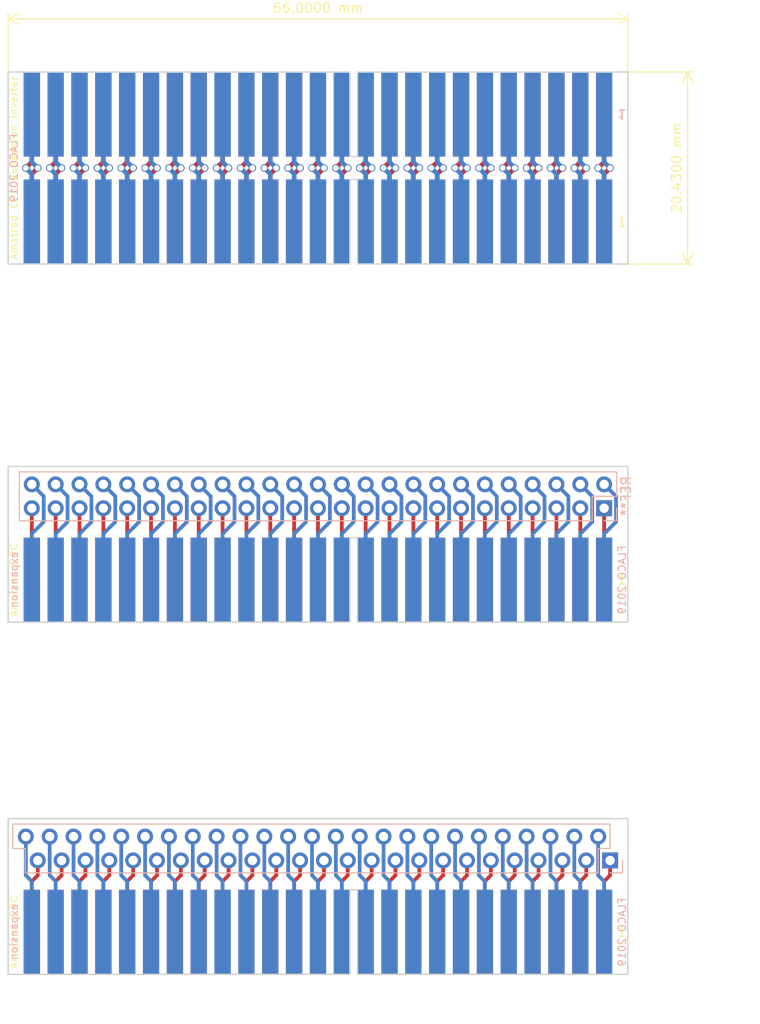
<source format=kicad_pcb>
(kicad_pcb (version 20211014) (generator pcbnew)
  (layers (0 "F.Cu" signal) (31 "B.Cu" signal) (34 "B.Paste" user) (35 "F.Paste" user) (36 "B.SilkS" user "B.Silkscreen") (37 "F.SilkS" user "F.Silkscreen") (38 "B.Mask" user) (39 "F.Mask" user) (44 "Edge.Cuts" user))
  (net 0 "")
  (footprint "Sassa:BUS_Amstrad_CPC_Expansion_2x25_2.54mm" (layer "F.Cu") (at 173.355 60.96)
    (fp_text reference "REF**" hide)
    (fp_text value "BUS_Amstrad_CPC_Expansion_2x25_2.54mm")
  )
  (footprint "Sassa:BUS_Amstrad_CPC_Expansion_2x25_2.54mm" (layer "F.Cu") (at 173.355 99.06)
    (fp_text reference "REF**" hide)
    (fp_text value "BUS_Amstrad_CPC_Expansion_2x25_2.54mm")
  )
  (footprint "Sassa:BUS_Amstrad_CPC_Expansion_2x25_2.54mm" (layer "F.Cu") (at 173.355 136.525)
    (fp_text reference "REF**" hide)
    (fp_text value "BUS_Amstrad_CPC_Expansion_2x25_2.54mm")
  )
  (footprint "Sassa:BUS_Amstrad_CPC_Expansion_2x25_2.54mm" (layer "B.Cu") (at 173.355 49.53)
    (fp_text reference "REF**" hide)
    (fp_text value "BUS_Amstrad_CPC_Expansion_2x25_2.54mm")
  )
  (footprint "Connector_PinHeader_2.54mm:PinHeader_2x25_P2.54mm_Vertical" (layer "B.Cu") (at 173.355 91.44 90)
    (fp_text reference "REF**")
    (fp_text value "PinHeader_2x25_P2.54mm_Vertical")
  )
  (footprint "Sassa:Pin_Header_Straight_Indented_2x25_Pitch2.54mm" (layer "B.Cu") (at 173.99 128.905 90)
    (fp_text reference "REF**" hide)
    (fp_text value "Pin_Header_Straight_Indented_2x25_Pitch2.54mm")
  )
  (gr_line (start 146.285 103.56) (end 146.285 94.56) (layer "Edge.Cuts") (width 0.15))
  (gr_line (start 147.085 103.56) (end 175.875 103.56) (layer "Edge.Cuts") (width 0.15))
  (gr_line (start 109.875 86.995) (end 109.875 103.56) (layer "Edge.Cuts") (width 0.15))
  (gr_line (start 175.875 103.56) (end 175.875 86.995) (layer "Edge.Cuts") (width 0.15))
  (gr_line (start 147.085 94.56) (end 147.085 103.56) (layer "Edge.Cuts") (width 0.15))
  (gr_line (start 146.285 94.56) (end 147.085 94.56) (layer "Edge.Cuts") (width 0.15))
  (gr_line (start 109.875 86.995) (end 175.875 86.995) (layer "Edge.Cuts") (width 0.15))
  (gr_line (start 109.875 103.56) (end 146.285 103.56) (layer "Edge.Cuts") (width 0.15))
  (gr_line (start 147.085 141.025) (end 175.875 141.025) (layer "Edge.Cuts") (width 0.15))
  (gr_line (start 109.875 124.46) (end 175.875 124.46) (layer "Edge.Cuts") (width 0.15))
  (gr_line (start 175.875 141.025) (end 175.875 124.46) (layer "Edge.Cuts") (width 0.15))
  (gr_line (start 147.085 132.025) (end 147.085 141.025) (layer "Edge.Cuts") (width 0.15))
  (gr_line (start 109.875 141.025) (end 146.285 141.025) (layer "Edge.Cuts") (width 0.15))
  (gr_line (start 146.285 132.025) (end 147.085 132.025) (layer "Edge.Cuts") (width 0.15))
  (gr_line (start 146.285 141.025) (end 146.285 132.025) (layer "Edge.Cuts") (width 0.15))
  (gr_line (start 109.875 124.46) (end 109.875 141.025) (layer "Edge.Cuts") (width 0.15))
  (gr_line (start 146.285 65.46) (end 146.285 56.46) (layer "Edge.Cuts") (width 0.15))
  (gr_line (start 109.875 65.46) (end 146.285 65.46) (layer "Edge.Cuts") (width 0.15))
  (gr_line (start 175.875 65.46) (end 175.875 45.03) (layer "Edge.Cuts") (width 0.15))
  (gr_line (start 146.285 54.03) (end 147.085 54.03) (layer "Edge.Cuts") (width 0.15))
  (gr_line (start 147.085 65.46) (end 175.875 65.46) (layer "Edge.Cuts") (width 0.15))
  (gr_line (start 147.085 45.03) (end 175.875 45.03) (layer "Edge.Cuts") (width 0.15))
  (gr_line (start 146.285 56.46) (end 147.085 56.46) (layer "Edge.Cuts") (width 0.15))
  (gr_line (start 147.085 54.03) (end 147.085 45.03) (layer "Edge.Cuts") (width 0.15))
  (gr_line (start 147.085 56.46) (end 147.085 65.46) (layer "Edge.Cuts") (width 0.15))
  (gr_line (start 109.875 45.03) (end 109.875 65.46) (layer "Edge.Cuts") (width 0.15))
  (gr_line (start 109.875 45.03) (end 146.285 45.03) (layer "Edge.Cuts") (width 0.15))
  (gr_line (start 146.285 45.03) (end 146.285 54.03) (layer "Edge.Cuts") (width 0.15))
  (gr_text "FLACO 2019" (at 110.49 55.245 90) (layer "B.SilkS") (effects (font (size 0.8 0.8) (thickness 0.12)) (justify mirror)))
  (gr_text "1" (at 175.26 49.53 180) (layer "B.SilkS") (effects (font (size 1 1)) (justify mirror)))
  (gr_text "expansion" (at 110.49 99.06 90) (layer "B.SilkS") (effects (font (size 0.8 0.8) (thickness 0.12)) (justify mirror)))
  (gr_text "FLACO 2019" (at 175.26 99.06 90) (layer "B.SilkS") (effects (font (size 0.8 0.8) (thickness 0.12)) (justify mirror)))
  (gr_text "expansion" (at 110.49 136.525 90) (layer "B.SilkS") (effects (font (size 0.8 0.8) (thickness 0.12)) (justify mirror)))
  (gr_text "FLACO 2019" (at 175.26 136.525 90) (layer "B.SilkS") (effects (font (size 0.8 0.8) (thickness 0.12)) (justify mirror)))
  (gr_text "Amstrad CPC expansion inverter" (at 110.49 55.245 90) (layer "F.SilkS") (effects (font (size 0.8 0.8) (thickness 0.12))))
  (gr_text "1" (at 175.26 99.06) (layer "F.SilkS") (effects (font (size 1 1))))
  (gr_text "Amstrad CPC" (at 110.49 99.06 90) (layer "F.SilkS") (effects (font (size 0.8 0.8) (thickness 0.12))))
  (gr_text "Amstrad CPC" (at 110.49 136.525 90) (layer "F.SilkS") (effects (font (size 0.8 0.8) (thickness 0.12))))
  (gr_text "1" (at 175.26 136.525) (layer "F.SilkS") (effects (font (size 1 1))))
  (gr_text "1" (at 175.26 60.96) (layer "F.SilkS") (effects (font (size 1 1))))
  (dimension (type aligned) (layer "F.SilkS") (pts (xy 175.875 65.46) (xy 175.875 45.03)) (height 6.37) (gr_text "20.4300 mm" (at 181.095 55.245 90) (layer "F.SilkS") (effects (font (size 1 1) (thickness 0.15)))) (format (units 2) (units_format 1) (precision 4)) (style (thickness 0.12) (arrow_length 1.27) (text_position_mode 0) (extension_height 0.58642) (extension_offset 0) keep_text_aligned))
  (dimension (type aligned) (layer "F.SilkS") (pts (xy 109.875 45.03) (xy 175.875 45.03)) (height -5.66) (gr_text "66.0000 mm" (at 142.875 38.22) (layer "F.SilkS") (effects (font (size 1 1) (thickness 0.15)))) (format (units 2) (units_format 1) (precision 4)) (style (thickness 0.12) (arrow_length 1.27) (text_position_mode 0) (extension_height 0.58642) (extension_offset 0) keep_text_aligned))
  (segment (start 170.18 55.245) (end 170.815 54.61) (width 0.5) (layer "F.Cu") (net 0))
  (segment (start 167.64 55.245) (end 168.275 54.61) (width 0.5) (layer "F.Cu") (net 0))
  (segment (start 165.1 55.245) (end 165.735 54.61) (width 0.5) (layer "F.Cu") (net 0))
  (segment (start 162.56 55.245) (end 163.195 54.61) (width 0.5) (layer "F.Cu") (net 0))
  (segment (start 160.02 55.245) (end 160.655 54.61) (width 0.5) (layer "F.Cu") (net 0))
  (segment (start 157.48 55.245) (end 158.115 54.61) (width 0.5) (layer "F.Cu") (net 0))
  (segment (start 154.94 55.245) (end 155.575 54.61) (width 0.5) (layer "F.Cu") (net 0))
  (segment (start 152.4 55.245) (end 153.035 54.61) (width 0.5) (layer "F.Cu") (net 0))
  (segment (start 149.86 55.245) (end 150.495 54.61) (width 0.5) (layer "F.Cu") (net 0))
  (segment (start 147.32 55.245) (end 147.955 54.61) (width 0.5) (layer "F.Cu") (net 0))
  (segment (start 144.78 55.245) (end 145.415 54.61) (width 0.5) (layer "F.Cu") (net 0))
  (segment (start 142.24 55.245) (end 142.875 54.61) (width 0.5) (layer "F.Cu") (net 0))
  (segment (start 139.7 55.245) (end 140.335 54.61) (width 0.5) (layer "F.Cu") (net 0))
  (segment (start 137.16 55.245) (end 137.795 54.61) (width 0.5) (layer "F.Cu") (net 0))
  (segment (start 134.62 55.245) (end 135.255 54.61) (width 0.5) (layer "F.Cu") (net 0))
  (segment (start 132.08 55.245) (end 132.715 54.61) (width 0.5) (layer "F.Cu") (net 0))
  (segment (start 129.54 55.245) (end 130.175 54.61) (width 0.5) (layer "F.Cu") (net 0))
  (segment (start 127 55.245) (end 127.635 54.61) (width 0.5) (layer "F.Cu") (net 0))
  (segment (start 124.46 55.245) (end 125.095 54.61) (width 0.5) (layer "F.Cu") (net 0))
  (segment (start 121.92 55.245) (end 122.555 54.61) (width 0.5) (layer "F.Cu") (net 0))
  (segment (start 119.38 55.245) (end 120.015 54.61) (width 0.5) (layer "F.Cu") (net 0))
  (segment (start 116.84 55.245) (end 117.475 54.61) (width 0.5) (layer "F.Cu") (net 0))
  (segment (start 114.3 55.245) (end 114.935 54.61) (width 0.5) (layer "F.Cu") (net 0))
  (segment (start 111.76 55.245) (end 112.395 54.61) (width 0.5) (layer "F.Cu") (net 0))
  (segment (start 170.815 55.88) (end 171.45 55.245) (width 0.5) (layer "F.Cu") (net 0))
  (segment (start 168.275 55.88) (end 168.91 55.245) (width 0.5) (layer "F.Cu") (net 0))
  (segment (start 165.735 55.88) (end 166.37 55.245) (width 0.5) (layer "F.Cu") (net 0))
  (segment (start 163.195 55.88) (end 163.83 55.245) (width 0.5) (layer "F.Cu") (net 0))
  (segment (start 160.655 55.88) (end 161.29 55.245) (width 0.5) (layer "F.Cu") (net 0))
  (segment (start 158.115 55.88) (end 158.75 55.245) (width 0.5) (layer "F.Cu") (net 0))
  (segment (start 155.575 55.88) (end 156.21 55.245) (width 0.5) (layer "F.Cu") (net 0))
  (segment (start 153.035 55.88) (end 153.67 55.245) (width 0.5) (layer "F.Cu") (net 0))
  (segment (start 150.495 55.88) (end 151.13 55.245) (width 0.5) (layer "F.Cu") (net 0))
  (segment (start 147.955 55.88) (end 148.59 55.245) (width 0.5) (layer "F.Cu") (net 0))
  (segment (start 145.415 55.88) (end 146.05 55.245) (width 0.5) (layer "F.Cu") (net 0))
  (segment (start 142.875 55.88) (end 143.51 55.245) (width 0.5) (layer "F.Cu") (net 0))
  (segment (start 140.335 55.88) (end 140.97 55.245) (width 0.5) (layer "F.Cu") (net 0))
  (segment (start 137.795 55.88) (end 138.43 55.245) (width 0.5) (layer "F.Cu") (net 0))
  (segment (start 135.255 55.88) (end 135.89 55.245) (width 0.5) (layer "F.Cu") (net 0))
  (segment (start 132.715 55.88) (end 133.35 55.245) (width 0.5) (layer "F.Cu") (net 0))
  (segment (start 130.175 55.88) (end 130.81 55.245) (width 0.5) (layer "F.Cu") (net 0))
  (segment (start 127.635 55.88) (end 128.27 55.245) (width 0.5) (layer "F.Cu") (net 0))
  (segment (start 125.095 55.88) (end 125.73 55.245) (width 0.5) (layer "F.Cu") (net 0))
  (segment (start 122.555 55.88) (end 123.19 55.245) (width 0.5) (layer "F.Cu") (net 0))
  (segment (start 120.015 55.88) (end 120.65 55.245) (width 0.5) (layer "F.Cu") (net 0))
  (segment (start 117.475 55.88) (end 118.11 55.245) (width 0.5) (layer "F.Cu") (net 0))
  (segment (start 114.935 55.88) (end 115.57 55.245) (width 0.5) (layer "F.Cu") (net 0))
  (segment (start 112.395 55.88) (end 113.03 55.245) (width 0.5) (layer "F.Cu") (net 0))
  (segment (start 170.815 54.61) (end 170.815 49.53) (width 0.5) (layer "F.Cu") (net 0))
  (segment (start 168.275 54.61) (end 168.275 49.53) (width 0.5) (layer "F.Cu") (net 0))
  (segment (start 165.735 54.61) (end 165.735 49.53) (width 0.5) (layer "F.Cu") (net 0))
  (segment (start 163.195 54.61) (end 163.195 49.53) (width 0.5) (layer "F.Cu") (net 0))
  (segment (start 160.655 54.61) (end 160.655 49.53) (width 0.5) (layer "F.Cu") (net 0))
  (segment (start 158.115 54.61) (end 158.115 49.53) (width 0.5) (layer "F.Cu") (net 0))
  (segment (start 155.575 54.61) (end 155.575 49.53) (width 0.5) (layer "F.Cu") (net 0))
  (segment (start 153.035 54.61) (end 153.035 49.53) (width 0.5) (layer "F.Cu") (net 0))
  (segment (start 150.495 54.61) (end 150.495 49.53) (width 0.5) (layer "F.Cu") (net 0))
  (segment (start 147.955 54.61) (end 147.955 49.53) (width 0.5) (layer "F.Cu") (net 0))
  (segment (start 145.415 54.61) (end 145.415 49.53) (width 0.5) (layer "F.Cu") (net 0))
  (segment (start 142.875 54.61) (end 142.875 49.53) (width 0.5) (layer "F.Cu") (net 0))
  (segment (start 140.335 54.61) (end 140.335 49.53) (width 0.5) (layer "F.Cu") (net 0))
  (segment (start 137.795 54.61) (end 137.795 49.53) (width 0.5) (layer "F.Cu") (net 0))
  (segment (start 135.255 54.61) (end 135.255 49.53) (width 0.5) (layer "F.Cu") (net 0))
  (segment (start 132.715 54.61) (end 132.715 49.53) (width 0.5) (layer "F.Cu") (net 0))
  (segment (start 130.175 54.61) (end 130.175 49.53) (width 0.5) (layer "F.Cu") (net 0))
  (segment (start 127.635 54.61) (end 127.635 49.53) (width 0.5) (layer "F.Cu") (net 0))
  (segment (start 125.095 54.61) (end 125.095 49.53) (width 0.5) (layer "F.Cu") (net 0))
  (segment (start 122.555 54.61) (end 122.555 49.53) (width 0.5) (layer "F.Cu") (net 0))
  (segment (start 120.015 54.61) (end 120.015 49.53) (width 0.5) (layer "F.Cu") (net 0))
  (segment (start 117.475 54.61) (end 117.475 49.53) (width 0.5) (layer "F.Cu") (net 0))
  (segment (start 114.935 54.61) (end 114.935 49.53) (width 0.5) (layer "F.Cu") (net 0))
  (segment (start 112.395 54.61) (end 112.395 49.53) (width 0.5) (layer "F.Cu") (net 0))
  (segment (start 170.815 60.96) (end 170.815 55.88) (width 0.5) (layer "F.Cu") (net 0))
  (segment (start 168.275 60.96) (end 168.275 55.88) (width 0.5) (layer "F.Cu") (net 0))
  (segment (start 165.735 60.96) (end 165.735 55.88) (width 0.5) (layer "F.Cu") (net 0))
  (segment (start 163.195 60.96) (end 163.195 55.88) (width 0.5) (layer "F.Cu") (net 0))
  (segment (start 160.655 60.96) (end 160.655 55.88) (width 0.5) (layer "F.Cu") (net 0))
  (segment (start 158.115 60.96) (end 158.115 55.88) (width 0.5) (layer "F.Cu") (net 0))
  (segment (start 155.575 60.96) (end 155.575 55.88) (width 0.5) (layer "F.Cu") (net 0))
  (segment (start 153.035 60.96) (end 153.035 55.88) (width 0.5) (layer "F.Cu") (net 0))
  (segment (start 150.495 60.96) (end 150.495 55.88) (width 0.5) (layer "F.Cu") (net 0))
  (segment (start 147.955 60.96) (end 147.955 55.88) (width 0.5) (layer "F.Cu") (net 0))
  (segment (start 145.415 60.96) (end 145.415 55.88) (width 0.5) (layer "F.Cu") (net 0))
  (segment (start 142.875 60.96) (end 142.875 55.88) (width 0.5) (layer "F.Cu") (net 0))
  (segment (start 140.335 60.96) (end 140.335 55.88) (width 0.5) (layer "F.Cu") (net 0))
  (segment (start 137.795 60.96) (end 137.795 55.88) (width 0.5) (layer "F.Cu") (net 0))
  (segment (start 135.255 60.96) (end 135.255 55.88) (width 0.5) (layer "F.Cu") (net 0))
  (segment (start 132.715 60.96) (end 132.715 55.88) (width 0.5) (layer "F.Cu") (net 0))
  (segment (start 130.175 60.96) (end 130.175 55.88) (width 0.5) (layer "F.Cu") (net 0))
  (segment (start 127.635 60.96) (end 127.635 55.88) (width 0.5) (layer "F.Cu") (net 0))
  (segment (start 125.095 60.96) (end 125.095 55.88) (width 0.5) (layer "F.Cu") (net 0))
  (segment (start 122.555 60.96) (end 122.555 55.88) (width 0.5) (layer "F.Cu") (net 0))
  (segment (start 120.015 60.96) (end 120.015 55.88) (width 0.5) (layer "F.Cu") (net 0))
  (segment (start 117.475 60.96) (end 117.475 55.88) (width 0.5) (layer "F.Cu") (net 0))
  (segment (start 114.935 60.96) (end 114.935 55.88) (width 0.5) (layer "F.Cu") (net 0))
  (segment (start 112.395 60.96) (end 112.395 55.88) (width 0.5) (layer "F.Cu") (net 0))
  (segment (start 170.815 95.43) (end 170.815 91.44) (width 0.4) (layer "F.Cu") (net 0))
  (segment (start 168.275 95.43) (end 168.275 91.44) (width 0.4) (layer "F.Cu") (net 0))
  (segment (start 165.735 95.43) (end 165.735 91.44) (width 0.4) (layer "F.Cu") (net 0))
  (segment (start 163.195 95.43) (end 163.195 91.44) (width 0.4) (layer "F.Cu") (net 0))
  (segment (start 160.655 95.43) (end 160.655 91.44) (width 0.4) (layer "F.Cu") (net 0))
  (segment (start 158.115 95.43) (end 158.115 91.44) (width 0.4) (layer "F.Cu") (net 0))
  (segment (start 155.575 95.43) (end 155.575 91.44) (width 0.4) (layer "F.Cu") (net 0))
  (segment (start 153.035 95.43) (end 153.035 91.44) (width 0.4) (layer "F.Cu") (net 0))
  (segment (start 150.495 95.43) (end 150.495 91.44) (width 0.4) (layer "F.Cu") (net 0))
  (segment (start 147.955 95.43) (end 147.955 91.44) (width 0.4) (layer "F.Cu") (net 0))
  (segment (start 145.415 95.43) (end 145.415 91.44) (width 0.4) (layer "F.Cu") (net 0))
  (segment (start 142.875 95.43) (end 142.875 91.44) (width 0.4) (layer "F.Cu") (net 0))
  (segment (start 140.335 95.43) (end 140.335 91.44) (width 0.4) (layer "F.Cu") (net 0))
  (segment (start 137.795 95.43) (end 137.795 91.44) (width 0.4) (layer "F.Cu") (net 0))
  (segment (start 135.255 95.43) (end 135.255 91.44) (width 0.4) (layer "F.Cu") (net 0))
  (segment (start 132.715 95.43) (end 132.715 91.44) (width 0.4) (layer "F.Cu") (net 0))
  (segment (start 130.175 95.43) (end 130.175 91.44) (width 0.4) (layer "F.Cu") (net 0))
  (segment (start 127.635 95.43) (end 127.635 91.44) (width 0.4) (layer "F.Cu") (net 0))
  (segment (start 125.095 95.43) (end 125.095 91.44) (width 0.4) (layer "F.Cu") (net 0))
  (segment (start 122.555 95.43) (end 122.555 91.44) (width 0.4) (layer "F.Cu") (net 0))
  (segment (start 120.015 95.43) (end 120.015 91.44) (width 0.4) (layer "F.Cu") (net 0))
  (segment (start 117.475 95.43) (end 117.475 91.44) (width 0.4) (layer "F.Cu") (net 0))
  (segment (start 114.935 95.43) (end 114.935 91.44) (width 0.4) (layer "F.Cu") (net 0))
  (segment (start 112.395 95.43) (end 112.395 91.44) (width 0.4) (layer "F.Cu") (net 0))
  (segment (start 170.815 99.06) (end 170.815 95.43) (width 0.4) (layer "F.Cu") (net 0))
  (segment (start 168.275 99.06) (end 168.275 95.43) (width 0.4) (layer "F.Cu") (net 0))
  (segment (start 165.735 99.06) (end 165.735 95.43) (width 0.4) (layer "F.Cu") (net 0))
  (segment (start 163.195 99.06) (end 163.195 95.43) (width 0.4) (layer "F.Cu") (net 0))
  (segment (start 160.655 99.06) (end 160.655 95.43) (width 0.4) (layer "F.Cu") (net 0))
  (segment (start 158.115 99.06) (end 158.115 95.43) (width 0.4) (layer "F.Cu") (net 0))
  (segment (start 155.575 99.06) (end 155.575 95.43) (width 0.4) (layer "F.Cu") (net 0))
  (segment (start 153.035 99.06) (end 153.035 95.43) (width 0.4) (layer "F.Cu") (net 0))
  (segment (start 150.495 99.06) (end 150.495 95.43) (width 0.4) (layer "F.Cu") (net 0))
  (segment (start 147.955 99.06) (end 147.955 95.43) (width 0.4) (layer "F.Cu") (net 0))
  (segment (start 145.415 99.06) (end 145.415 95.43) (width 0.4) (layer "F.Cu") (net 0))
  (segment (start 142.875 99.06) (end 142.875 95.43) (width 0.4) (layer "F.Cu") (net 0))
  (segment (start 140.335 99.06) (end 140.335 95.43) (width 0.4) (layer "F.Cu") (net 0))
  (segment (start 137.795 99.06) (end 137.795 95.43) (width 0.4) (layer "F.Cu") (net 0))
  (segment (start 135.255 99.06) (end 135.255 95.43) (width 0.4) (layer "F.Cu") (net 0))
  (segment (start 132.715 99.06) (end 132.715 95.43) (width 0.4) (layer "F.Cu") (net 0))
  (segment (start 130.175 99.06) (end 130.175 95.43) (width 0.4) (layer "F.Cu") (net 0))
  (segment (start 127.635 99.06) (end 127.635 95.43) (width 0.4) (layer "F.Cu") (net 0))
  (segment (start 125.095 99.06) (end 125.095 95.43) (width 0.4) (layer "F.Cu") (net 0))
  (segment (start 122.555 99.06) (end 122.555 95.43) (width 0.4) (layer "F.Cu") (net 0))
  (segment (start 120.015 99.06) (end 120.015 95.43) (width 0.4) (layer "F.Cu") (net 0))
  (segment (start 117.475 99.06) (end 117.475 95.43) (width 0.4) (layer "F.Cu") (net 0))
  (segment (start 114.935 99.06) (end 114.935 95.43) (width 0.4) (layer "F.Cu") (net 0))
  (segment (start 112.395 99.06) (end 112.395 95.43) (width 0.4) (layer "F.Cu") (net 0))
  (segment (start 171.45 130.4925) (end 171.45 128.905) (width 0.4) (layer "F.Cu") (net 0))
  (segment (start 168.91 130.4925) (end 168.91 128.905) (width 0.4) (layer "F.Cu") (net 0))
  (segment (start 166.37 130.4925) (end 166.37 128.905) (width 0.4) (layer "F.Cu") (net 0))
  (segment (start 163.83 130.4925) (end 163.83 128.905) (width 0.4) (layer "F.Cu") (net 0))
  (segment (start 161.29 130.4925) (end 161.29 128.905) (width 0.4) (layer "F.Cu") (net 0))
  (segment (start 158.75 130.4925) (end 158.75 128.905) (width 0.4) (layer "F.Cu") (net 0))
  (segment (start 156.21 130.4925) (end 156.21 128.905) (width 0.4) (layer "F.Cu") (net 0))
  (segment (start 153.67 130.4925) (end 153.67 128.905) (width 0.4) (layer "F.Cu") (net 0))
  (segment (start 151.13 130.4925) (end 151.13 128.905) (width 0.4) (layer "F.Cu") (net 0))
  (segment (start 148.59 130.4925) (end 148.59 128.905) (width 0.4) (layer "F.Cu") (net 0))
  (segment (start 146.05 130.4925) (end 146.05 128.905) (width 0.4) (layer "F.Cu") (net 0))
  (segment (start 143.51 130.4925) (end 143.51 128.905) (width 0.4) (layer "F.Cu") (net 0))
  (segment (start 140.97 130.4925) (end 140.97 128.905) (width 0.4) (layer "F.Cu") (net 0))
  (segment (start 138.43 130.4925) (end 138.43 128.905) (width 0.4) (layer "F.Cu") (net 0))
  (segment (start 135.89 130.4925) (end 135.89 128.905) (width 0.4) (layer "F.Cu") (net 0))
  (segment (start 133.35 130.4925) (end 133.35 128.905) (width 0.4) (layer "F.Cu") (net 0))
  (segment (start 130.81 130.4925) (end 130.81 128.905) (width 0.4) (layer "F.Cu") (net 0))
  (segment (start 128.27 130.4925) (end 128.27 128.905) (width 0.4) (layer "F.Cu") (net 0))
  (segment (start 125.73 130.4925) (end 125.73 128.905) (width 0.4) (layer "F.Cu") (net 0))
  (segment (start 123.19 130.4925) (end 123.19 128.905) (width 0.4) (layer "F.Cu") (net 0))
  (segment (start 120.65 130.4925) (end 120.65 128.905) (width 0.4) (layer "F.Cu") (net 0))
  (segment (start 118.11 130.4925) (end 118.11 128.905) (width 0.4) (layer "F.Cu") (net 0))
  (segment (start 115.57 130.4925) (end 115.57 128.905) (width 0.4) (layer "F.Cu") (net 0))
  (segment (start 113.03 130.4925) (end 113.03 128.905) (width 0.4) (layer "F.Cu") (net 0))
  (segment (start 170.815 131.1275) (end 171.45 130.4925) (width 0.4) (layer "F.Cu") (net 0))
  (segment (start 168.275 131.1275) (end 168.91 130.4925) (width 0.4) (layer "F.Cu") (net 0))
  (segment (start 165.735 131.1275) (end 166.37 130.4925) (width 0.4) (layer "F.Cu") (net 0))
  (segment (start 163.195 131.1275) (end 163.83 130.4925) (width 0.4) (layer "F.Cu") (net 0))
  (segment (start 160.655 131.1275) (end 161.29 130.4925) (width 0.4) (layer "F.Cu") (net 0))
  (segment (start 158.115 131.1275) (end 158.75 130.4925) (width 0.4) (layer "F.Cu") (net 0))
  (segment (start 155.575 131.1275) (end 156.21 130.4925) (width 0.4) (layer "F.Cu") (net 0))
  (segment (start 153.035 131.1275) (end 153.67 130.4925) (width 0.4) (layer "F.Cu") (net 0))
  (segment (start 150.495 131.1275) (end 151.13 130.4925) (width 0.4) (layer "F.Cu") (net 0))
  (segment (start 147.955 131.1275) (end 148.59 130.4925) (width 0.4) (layer "F.Cu") (net 0))
  (segment (start 145.415 131.1275) (end 146.05 130.4925) (width 0.4) (layer "F.Cu") (net 0))
  (segment (start 142.875 131.1275) (end 143.51 130.4925) (width 0.4) (layer "F.Cu") (net 0))
  (segment (start 140.335 131.1275) (end 140.97 130.4925) (width 0.4) (layer "F.Cu") (net 0))
  (segment (start 137.795 131.1275) (end 138.43 130.4925) (width 0.4) (layer "F.Cu") (net 0))
  (segment (start 135.255 131.1275) (end 135.89 130.4925) (width 0.4) (layer "F.Cu") (net 0))
  (segment (start 132.715 131.1275) (end 133.35 130.4925) (width 0.4) (layer "F.Cu") (net 0))
  (segment (start 130.175 131.1275) (end 130.81 130.4925) (width 0.4) (layer "F.Cu") (net 0))
  (segment (start 127.635 131.1275) (end 128.27 130.4925) (width 0.4) (layer "F.Cu") (net 0))
  (segment (start 125.095 131.1275) (end 125.73 130.4925) (width 0.4) (layer "F.Cu") (net 0))
  (segment (start 122.555 131.1275) (end 123.19 130.4925) (width 0.4) (layer "F.Cu") (net 0))
  (segment (start 120.015 131.1275) (end 120.65 130.4925) (width 0.4) (layer "F.Cu") (net 0))
  (segment (start 117.475 131.1275) (end 118.11 130.4925) (width 0.4) (layer "F.Cu") (net 0))
  (segment (start 114.935 131.1275) (end 115.57 130.4925) (width 0.4) (layer "F.Cu") (net 0))
  (segment (start 112.395 131.1275) (end 113.03 130.4925) (width 0.4) (layer "F.Cu") (net 0))
  (segment (start 170.815 136.525) (end 170.815 131.1275) (width 0.4) (layer "F.Cu") (net 0))
  (segment (start 168.275 136.525) (end 168.275 131.1275) (width 0.4) (layer "F.Cu") (net 0))
  (segment (start 165.735 136.525) (end 165.735 131.1275) (width 0.4) (layer "F.Cu") (net 0))
  (segment (start 163.195 136.525) (end 163.195 131.1275) (width 0.4) (layer "F.Cu") (net 0))
  (segment (start 160.655 136.525) (end 160.655 131.1275) (width 0.4) (layer "F.Cu") (net 0))
  (segment (start 158.115 136.525) (end 158.115 131.1275) (width 0.4) (layer "F.Cu") (net 0))
  (segment (start 155.575 136.525) (end 155.575 131.1275) (width 0.4) (layer "F.Cu") (net 0))
  (segment (start 153.035 136.525) (end 153.035 131.1275) (width 0.4) (layer "F.Cu") (net 0))
  (segment (start 150.495 136.525) (end 150.495 131.1275) (width 0.4) (layer "F.Cu") (net 0))
  (segment (start 147.955 136.525) (end 147.955 131.1275) (width 0.4) (layer "F.Cu") (net 0))
  (segment (start 145.415 136.525) (end 145.415 131.1275) (width 0.4) (layer "F.Cu") (net 0))
  (segment (start 142.875 136.525) (end 142.875 131.1275) (width 0.4) (layer "F.Cu") (net 0))
  (segment (start 140.335 136.525) (end 140.335 131.1275) (width 0.4) (layer "F.Cu") (net 0))
  (segment (start 137.795 136.525) (end 137.795 131.1275) (width 0.4) (layer "F.Cu") (net 0))
  (segment (start 135.255 136.525) (end 135.255 131.1275) (width 0.4) (layer "F.Cu") (net 0))
  (segment (start 132.715 136.525) (end 132.715 131.1275) (width 0.4) (layer "F.Cu") (net 0))
  (segment (start 130.175 136.525) (end 130.175 131.1275) (width 0.4) (layer "F.Cu") (net 0))
  (segment (start 127.635 136.525) (end 127.635 131.1275) (width 0.4) (layer "F.Cu") (net 0))
  (segment (start 125.095 136.525) (end 125.095 131.1275) (width 0.4) (layer "F.Cu") (net 0))
  (segment (start 122.555 136.525) (end 122.555 131.1275) (width 0.4) (layer "F.Cu") (net 0))
  (segment (start 120.015 136.525) (end 120.015 131.1275) (width 0.4) (layer "F.Cu") (net 0))
  (segment (start 117.475 136.525) (end 117.475 131.1275) (width 0.4) (layer "F.Cu") (net 0))
  (segment (start 114.935 136.525) (end 114.935 131.1275) (width 0.4) (layer "F.Cu") (net 0))
  (segment (start 112.395 136.525) (end 112.395 131.1275) (width 0.4) (layer "F.Cu") (net 0))
  (segment (start 173.355 99.06) (end 173.355 95.43) (width 0.4) (layer "F.Cu") (net 0))
  (segment (start 173.355 136.525) (end 173.355 131.1275) (width 0.4) (layer "F.Cu") (net 0))
  (segment (start 173.355 55.88) (end 173.99 55.245) (width 0.5) (layer "F.Cu") (net 0))
  (segment (start 173.99 130.4925) (end 173.99 128.905) (width 0.4) (layer "F.Cu") (net 0))
  (segment (start 173.355 54.61) (end 173.355 49.53) (width 0.5) (layer "F.Cu") (net 0))
  (segment (start 172.72 55.245) (end 173.355 54.61) (width 0.5) (layer "F.Cu") (net 0))
  (segment (start 173.355 131.1275) (end 173.99 130.4925) (width 0.4) (layer "F.Cu") (net 0))
  (segment (start 173.355 60.96) (end 173.355 55.88) (width 0.5) (layer "F.Cu") (net 0))
  (segment (start 173.355 95.43) (end 173.355 91.44) (width 0.4) (layer "F.Cu") (net 0))
  (via (at 170.18 55.245) (size 0.8) (drill 0.6) (layers "F.Cu" "B.Cu") (net 0))
  (via (at 167.64 55.245) (size 0.8) (drill 0.6) (layers "F.Cu" "B.Cu") (net 0))
  (via (at 165.1 55.245) (size 0.8) (drill 0.6) (layers "F.Cu" "B.Cu") (net 0))
  (via (at 162.56 55.245) (size 0.8) (drill 0.6) (layers "F.Cu" "B.Cu") (net 0))
  (via (at 160.02 55.245) (size 0.8) (drill 0.6) (layers "F.Cu" "B.Cu") (net 0))
  (via (at 157.48 55.245) (size 0.8) (drill 0.6) (layers "F.Cu" "B.Cu") (net 0))
  (via (at 154.94 55.245) (size 0.8) (drill 0.6) (layers "F.Cu" "B.Cu") (net 0))
  (via (at 152.4 55.245) (size 0.8) (drill 0.6) (layers "F.Cu" "B.Cu") (net 0))
  (via (at 149.86 55.245) (size 0.8) (drill 0.6) (layers "F.Cu" "B.Cu") (net 0))
  (via (at 147.32 55.245) (size 0.8) (drill 0.6) (layers "F.Cu" "B.Cu") (net 0))
  (via (at 144.78 55.245) (size 0.8) (drill 0.6) (layers "F.Cu" "B.Cu") (net 0))
  (via (at 142.24 55.245) (size 0.8) (drill 0.6) (layers "F.Cu" "B.Cu") (net 0))
  (via (at 139.7 55.245) (size 0.8) (drill 0.6) (layers "F.Cu" "B.Cu") (net 0))
  (via (at 137.16 55.245) (size 0.8) (drill 0.6) (layers "F.Cu" "B.Cu") (net 0))
  (via (at 134.62 55.245) (size 0.8) (drill 0.6) (layers "F.Cu" "B.Cu") (net 0))
  (via (at 132.08 55.245) (size 0.8) (drill 0.6) (layers "F.Cu" "B.Cu") (net 0))
  (via (at 129.54 55.245) (size 0.8) (drill 0.6) (layers "F.Cu" "B.Cu") (net 0))
  (via (at 127 55.245) (size 0.8) (drill 0.6) (layers "F.Cu" "B.Cu") (net 0))
  (via (at 124.46 55.245) (size 0.8) (drill 0.6) (layers "F.Cu" "B.Cu") (net 0))
  (via (at 121.92 55.245) (size 0.8) (drill 0.6) (layers "F.Cu" "B.Cu") (net 0))
  (via (at 119.38 55.245) (size 0.8) (drill 0.6) (layers "F.Cu" "B.Cu") (net 0))
  (via (at 116.84 55.245) (size 0.8) (drill 0.6) (layers "F.Cu" "B.Cu") (net 0))
  (via (at 114.3 55.245) (size 0.8) (drill 0.6) (layers "F.Cu" "B.Cu") (net 0))
  (via (at 111.76 55.245) (size 0.8) (drill 0.6) (layers "F.Cu" "B.Cu") (net 0))
  (via (at 171.45 55.245) (size 0.8) (drill 0.6) (layers "F.Cu" "B.Cu") (net 0))
  (via (at 168.91 55.245) (size 0.8) (drill 0.6) (layers "F.Cu" "B.Cu") (net 0))
  (via (at 166.37 55.245) (size 0.8) (drill 0.6) (layers "F.Cu" "B.Cu") (net 0))
  (via (at 163.83 55.245) (size 0.8) (drill 0.6) (layers "F.Cu" "B.Cu") (net 0))
  (via (at 161.29 55.245) (size 0.8) (drill 0.6) (layers "F.Cu" "B.Cu") (net 0))
  (via (at 158.75 55.245) (size 0.8) (drill 0.6) (layers "F.Cu" "B.Cu") (net 0))
  (via (at 156.21 55.245) (size 0.8) (drill 0.6) (layers "F.Cu" "B.Cu") (net 0))
  (via (at 153.67 55.245) (size 0.8) (drill 0.6) (layers "F.Cu" "B.Cu") (net 0))
  (via (at 151.13 55.245) (size 0.8) (drill 0.6) (layers "F.Cu" "B.Cu") (net 0))
  (via (at 148.59 55.245) (size 0.8) (drill 0.6) (layers "F.Cu" "B.Cu") (net 0))
  (via (at 146.05 55.245) (size 0.8) (drill 0.6) (layers "F.Cu" "B.Cu") (net 0))
  (via (at 143.51 55.245) (size 0.8) (drill 0.6) (layers "F.Cu" "B.Cu") (net 0))
  (via (at 140.97 55.245) (size 0.8) (drill 0.6) (layers "F.Cu" "B.Cu") (net 0))
  (via (at 138.43 55.245) (size 0.8) (drill 0.6) (layers "F.Cu" "B.Cu") (net 0))
  (via (at 135.89 55.245) (size 0.8) (drill 0.6) (layers "F.Cu" "B.Cu") (net 0))
  (via (at 133.35 55.245) (size 0.8) (drill 0.6) (layers "F.Cu" "B.Cu") (net 0))
  (via (at 130.81 55.245) (size 0.8) (drill 0.6) (layers "F.Cu" "B.Cu") (net 0))
  (via (at 128.27 55.245) (size 0.8) (drill 0.6) (layers "F.Cu" "B.Cu") (net 0))
  (via (at 125.73 55.245) (size 0.8) (drill 0.6) (layers "F.Cu" "B.Cu") (net 0))
  (via (at 123.19 55.245) (size 0.8) (drill 0.6) (layers "F.Cu" "B.Cu") (net 0))
  (via (at 120.65 55.245) (size 0.8) (drill 0.6) (layers "F.Cu" "B.Cu") (net 0))
  (via (at 118.11 55.245) (size 0.8) (drill 0.6) (layers "F.Cu" "B.Cu") (net 0))
  (via (at 115.57 55.245) (size 0.8) (drill 0.6) (layers "F.Cu" "B.Cu") (net 0))
  (via (at 113.03 55.245) (size 0.8) (drill 0.6) (layers "F.Cu" "B.Cu") (net 0))
  (via (at 173.99 55.245) (size 0.8) (drill 0.6) (layers "F.Cu" "B.Cu") (net 0))
  (via (at 172.72 55.245) (size 0.8) (drill 0.6) (layers "F.Cu" "B.Cu") (net 0))
  (segment (start 170.815 55.88) (end 170.18 55.245) (width 0.5) (layer "B.Cu") (net 0))
  (segment (start 168.275 55.88) (end 167.64 55.245) (width 0.5) (layer "B.Cu") (net 0))
  (segment (start 165.735 55.88) (end 165.1 55.245) (width 0.5) (layer "B.Cu") (net 0))
  (segment (start 163.195 55.88) (end 162.56 55.245) (width 0.5) (layer "B.Cu") (net 0))
  (segment (start 160.655 55.88) (end 160.02 55.245) (width 0.5) (layer "B.Cu") (net 0))
  (segment (start 158.115 55.88) (end 157.48 55.245) (width 0.5) (layer "B.Cu") (net 0))
  (segment (start 155.575 55.88) (end 154.94 55.245) (width 0.5) (layer "B.Cu") (net 0))
  (segment (start 153.035 55.88) (end 152.4 55.245) (width 0.5) (layer "B.Cu") (net 0))
  (segment (start 150.495 55.88) (end 149.86 55.245) (width 0.5) (layer "B.Cu") (net 0))
  (segment (start 147.955 55.88) (end 147.32 55.245) (width 0.5) (layer "B.Cu") (net 0))
  (segment (start 145.415 55.88) (end 144.78 55.245) (width 0.5) (layer "B.Cu") (net 0))
  (segment (start 142.875 55.88) (end 142.24 55.245) (width 0.5) (layer "B.Cu") (net 0))
  (segment (start 140.335 55.88) (end 139.7 55.245) (width 0.5) (layer "B.Cu") (net 0))
  (segment (start 137.795 55.88) (end 137.16 55.245) (width 0.5) (layer "B.Cu") (net 0))
  (segment (start 135.255 55.88) (end 134.62 55.245) (width 0.5) (layer "B.Cu") (net 0))
  (segment (start 132.715 55.88) (end 132.08 55.245) (width 0.5) (layer "B.Cu") (net 0))
  (segment (start 130.175 55.88) (end 129.54 55.245) (width 0.5) (layer "B.Cu") (net 0))
  (segment (start 127.635 55.88) (end 127 55.245) (width 0.5) (layer "B.Cu") (net 0))
  (segment (start 125.095 55.88) (end 124.46 55.245) (width 0.5) (layer "B.Cu") (net 0))
  (segment (start 122.555 55.88) (end 121.92 55.245) (width 0.5) (layer "B.Cu") (net 0))
  (segment (start 120.015 55.88) (end 119.38 55.245) (width 0.5) (layer "B.Cu") (net 0))
  (segment (start 117.475 55.88) (end 116.84 55.245) (width 0.5) (layer "B.Cu") (net 0))
  (segment (start 114.935 55.88) (end 114.3 55.245) (width 0.5) (layer "B.Cu") (net 0))
  (segment (start 112.395 55.88) (end 111.76 55.245) (width 0.5) (layer "B.Cu") (net 0))
  (segment (start 170.815 54.61) (end 170.815 49.53) (width 0.5) (layer "B.Cu") (net 0))
  (segment (start 168.275 54.61) (end 168.275 49.53) (width 0.5) (layer "B.Cu") (net 0))
  (segment (start 165.735 54.61) (end 165.735 49.53) (width 0.5) (layer "B.Cu") (net 0))
  (segment (start 163.195 54.61) (end 163.195 49.53) (width 0.5) (layer "B.Cu") (net 0))
  (segment (start 160.655 54.61) (end 160.655 49.53) (width 0.5) (layer "B.Cu") (net 0))
  (segment (start 158.115 54.61) (end 158.115 49.53) (width 0.5) (layer "B.Cu") (net 0))
  (segment (start 155.575 54.61) (end 155.575 49.53) (width 0.5) (layer "B.Cu") (net 0))
  (segment (start 153.035 54.61) (end 153.035 49.53) (width 0.5) (layer "B.Cu") (net 0))
  (segment (start 150.495 54.61) (end 150.495 49.53) (width 0.5) (layer "B.Cu") (net 0))
  (segment (start 147.955 54.61) (end 147.955 49.53) (width 0.5) (layer "B.Cu") (net 0))
  (segment (start 145.415 54.61) (end 145.415 49.53) (width 0.5) (layer "B.Cu") (net 0))
  (segment (start 142.875 54.61) (end 142.875 49.53) (width 0.5) (layer "B.Cu") (net 0))
  (segment (start 140.335 54.61) (end 140.335 49.53) (width 0.5) (layer "B.Cu") (net 0))
  (segment (start 137.795 54.61) (end 137.795 49.53) (width 0.5) (layer "B.Cu") (net 0))
  (segment (start 135.255 54.61) (end 135.255 49.53) (width 0.5) (layer "B.Cu") (net 0))
  (segment (start 132.715 54.61) (end 132.715 49.53) (width 0.5) (layer "B.Cu") (net 0))
  (segment (start 130.175 54.61) (end 130.175 49.53) (width 0.5) (layer "B.Cu") (net 0))
  (segment (start 127.635 54.61) (end 127.635 49.53) (width 0.5) (layer "B.Cu") (net 0))
  (segment (start 125.095 54.61) (end 125.095 49.53) (width 0.5) (layer "B.Cu") (net 0))
  (segment (start 122.555 54.61) (end 122.555 49.53) (width 0.5) (layer "B.Cu") (net 0))
  (segment (start 120.015 54.61) (end 120.015 49.53) (width 0.5) (layer "B.Cu") (net 0))
  (segment (start 117.475 54.61) (end 117.475 49.53) (width 0.5) (layer "B.Cu") (net 0))
  (segment (start 114.935 54.61) (end 114.935 49.53) (width 0.5) (layer "B.Cu") (net 0))
  (segment (start 112.395 54.61) (end 112.395 49.53) (width 0.5) (layer "B.Cu") (net 0))
  (segment (start 170.815 60.96) (end 170.815 55.88) (width 0.5) (layer "B.Cu") (net 0))
  (segment (start 168.275 60.96) (end 168.275 55.88) (width 0.5) (layer "B.Cu") (net 0))
  (segment (start 165.735 60.96) (end 165.735 55.88) (width 0.5) (layer "B.Cu") (net 0))
  (segment (start 163.195 60.96) (end 163.195 55.88) (width 0.5) (layer "B.Cu") (net 0))
  (segment (start 160.655 60.96) (end 160.655 55.88) (width 0.5) (layer "B.Cu") (net 0))
  (segment (start 158.115 60.96) (end 158.115 55.88) (width 0.5) (layer "B.Cu") (net 0))
  (segment (start 155.575 60.96) (end 155.575 55.88) (width 0.5) (layer "B.Cu") (net 0))
  (segment (start 153.035 60.96) (end 153.035 55.88) (width 0.5) (layer "B.Cu") (net 0))
  (segment (start 150.495 60.96) (end 150.495 55.88) (width 0.5) (layer "B.Cu") (net 0))
  (segment (start 147.955 60.96) (end 147.955 55.88) (width 0.5) (layer "B.Cu") (net 0))
  (segment (start 145.415 60.96) (end 145.415 55.88) (width 0.5) (layer "B.Cu") (net 0))
  (segment (start 142.875 60.96) (end 142.875 55.88) (width 0.5) (layer "B.Cu") (net 0))
  (segment (start 140.335 60.96) (end 140.335 55.88) (width 0.5) (layer "B.Cu") (net 0))
  (segment (start 137.795 60.96) (end 137.795 55.88) (width 0.5) (layer "B.Cu") (net 0))
  (segment (start 135.255 60.96) (end 135.255 55.88) (width 0.5) (layer "B.Cu") (net 0))
  (segment (start 132.715 60.96) (end 132.715 55.88) (width 0.5) (layer "B.Cu") (net 0))
  (segment (start 130.175 60.96) (end 130.175 55.88) (width 0.5) (layer "B.Cu") (net 0))
  (segment (start 127.635 60.96) (end 127.635 55.88) (width 0.5) (layer "B.Cu") (net 0))
  (segment (start 125.095 60.96) (end 125.095 55.88) (width 0.5) (layer "B.Cu") (net 0))
  (segment (start 122.555 60.96) (end 122.555 55.88) (width 0.5) (layer "B.Cu") (net 0))
  (segment (start 120.015 60.96) (end 120.015 55.88) (width 0.5) (layer "B.Cu") (net 0))
  (segment (start 117.475 60.96) (end 117.475 55.88) (width 0.5) (layer "B.Cu") (net 0))
  (segment (start 114.935 60.96) (end 114.935 55.88) (width 0.5) (layer "B.Cu") (net 0))
  (segment (start 112.395 60.96) (end 112.395 55.88) (width 0.5) (layer "B.Cu") (net 0))
  (segment (start 171.45 55.245) (end 170.815 54.61) (width 0.5) (layer "B.Cu") (net 0))
  (segment (start 168.91 55.245) (end 168.275 54.61) (width 0.5) (layer "B.Cu") (net 0))
  (segment (start 166.37 55.245) (end 165.735 54.61) (width 0.5) (layer "B.Cu") (net 0))
  (segment (start 163.83 55.245) (end 163.195 54.61) (width 0.5) (layer "B.Cu") (net 0))
  (segment (start 161.29 55.245) (end 160.655 54.61) (width 0.5) (layer "B.Cu") (net 0))
  (segment (start 158.75 55.245) (end 158.115 54.61) (width 0.5) (layer "B.Cu") (net 0))
  (segment (start 156.21 55.245) (end 155.575 54.61) (width 0.5) (layer "B.Cu") (net 0))
  (segment (start 153.67 55.245) (end 153.035 54.61) (width 0.5) (layer "B.Cu") (net 0))
  (segment (start 151.13 55.245) (end 150.495 54.61) (width 0.5) (layer "B.Cu") (net 0))
  (segment (start 148.59 55.245) (end 147.955 54.61) (width 0.5) (layer "B.Cu") (net 0))
  (segment (start 146.05 55.245) (end 145.415 54.61) (width 0.5) (layer "B.Cu") (net 0))
  (segment (start 143.51 55.245) (end 142.875 54.61) (width 0.5) (layer "B.Cu") (net 0))
  (segment (start 140.97 55.245) (end 140.335 54.61) (width 0.5) (layer "B.Cu") (net 0))
  (segment (start 138.43 55.245) (end 137.795 54.61) (width 0.5) (layer "B.Cu") (net 0))
  (segment (start 135.89 55.245) (end 135.255 54.61) (width 0.5) (layer "B.Cu") (net 0))
  (segment (start 133.35 55.245) (end 132.715 54.61) (width 0.5) (layer "B.Cu") (net 0))
  (segment (start 130.81 55.245) (end 130.175 54.61) (width 0.5) (layer "B.Cu") (net 0))
  (segment (start 128.27 55.245) (end 127.635 54.61) (width 0.5) (layer "B.Cu") (net 0))
  (segment (start 125.73 55.245) (end 125.095 54.61) (width 0.5) (layer "B.Cu") (net 0))
  (segment (start 123.19 55.245) (end 122.555 54.61) (width 0.5) (layer "B.Cu") (net 0))
  (segment (start 120.65 55.245) (end 120.015 54.61) (width 0.5) (layer "B.Cu") (net 0))
  (segment (start 118.11 55.245) (end 117.475 54.61) (width 0.5) (layer "B.Cu") (net 0))
  (segment (start 115.57 55.245) (end 114.935 54.61) (width 0.5) (layer "B.Cu") (net 0))
  (segment (start 113.03 55.245) (end 112.395 54.61) (width 0.5) (layer "B.Cu") (net 0))
  (segment (start 172.085 92.89) (end 172.085 90.17) (width 0.4) (layer "B.Cu") (net 0))
  (segment (start 169.545 92.89) (end 169.545 90.17) (width 0.4) (layer "B.Cu") (net 0))
  (segment (start 167.005 92.89) (end 167.005 90.17) (width 0.4) (layer "B.Cu") (net 0))
  (segment (start 164.465 92.89) (end 164.465 90.17) (width 0.4) (layer "B.Cu") (net 0))
  (segment (start 161.925 92.89) (end 161.925 90.17) (width 0.4) (layer "B.Cu") (net 0))
  (segment (start 159.385 92.89) (end 159.385 90.17) (width 0.4) (layer "B.Cu") (net 0))
  (segment (start 156.845 92.89) (end 156.845 90.17) (width 0.4) (layer "B.Cu") (net 0))
  (segment (start 154.305 92.89) (end 154.305 90.17) (width 0.4) (layer "B.Cu") (net 0))
  (segment (start 151.765 92.89) (end 151.765 90.17) (width 0.4) (layer "B.Cu") (net 0))
  (segment (start 149.225 92.89) (end 149.225 90.17) (width 0.4) (layer "B.Cu") (net 0))
  (segment (start 146.685 92.89) (end 146.685 90.17) (width 0.4) (layer "B.Cu") (net 0))
  (segment (start 144.145 92.89) (end 144.145 90.17) (width 0.4) (layer "B.Cu") (net 0))
  (segment (start 141.605 92.89) (end 141.605 90.17) (width 0.4) (layer "B.Cu") (net 0))
  (segment (start 139.065 92.89) (end 139.065 90.17) (width 0.4) (layer "B.Cu") (net 0))
  (segment (start 136.525 92.89) (end 136.525 90.17) (width 0.4) (layer "B.Cu") (net 0))
  (segment (start 133.985 92.89) (end 133.985 90.17) (width 0.4) (layer "B.Cu") (net 0))
  (segment (start 131.445 92.89) (end 131.445 90.17) (width 0.4) (layer "B.Cu") (net 0))
  (segment (start 128.905 92.89) (end 128.905 90.17) (width 0.4) (layer "B.Cu") (net 0))
  (segment (start 126.365 92.89) (end 126.365 90.17) (width 0.4) (layer "B.Cu") (net 0))
  (segment (start 123.825 92.89) (end 123.825 90.17) (width 0.4) (layer "B.Cu") (net 0))
  (segment (start 121.285 92.89) (end 121.285 90.17) (width 0.4) (layer "B.Cu") (net 0))
  (segment (start 118.745 92.89) (end 118.745 90.17) (width 0.4) (layer "B.Cu") (net 0))
  (segment (start 116.205 92.89) (end 116.205 90.17) (width 0.4) (layer "B.Cu") (net 0))
  (segment (start 113.665 92.89) (end 113.665 90.17) (width 0.4) (layer "B.Cu") (net 0))
  (segment (start 170.815 94.16) (end 172.085 92.89) (width 0.4) (layer "B.Cu") (net 0))
  (segment (start 168.275 94.16) (end 169.545 92.89) (width 0.4) (layer "B.Cu") (net 0))
  (segment (start 165.735 94.16) (end 167.005 92.89) (width 0.4) (layer "B.Cu") (net 0))
  (segment (start 163.195 94.16) (end 164.465 92.89) (width 0.4) (layer "B.Cu") (net 0))
  (segment (start 160.655 94.16) (end 161.925 92.89) (width 0.4) (layer "B.Cu") (net 0))
  (segment (start 158.115 94.16) (end 159.385 92.89) (width 0.4) (layer "B.Cu") (net 0))
  (segment (start 155.575 94.16) (end 156.845 92.89) (width 0.4) (layer "B.Cu") (net 0))
  (segment (start 153.035 94.16) (end 154.305 92.89) (width 0.4) (layer "B.Cu") (net 0))
  (segment (start 150.495 94.16) (end 151.765 92.89) (width 0.4) (layer "B.Cu") (net 0))
  (segment (start 147.955 94.16) (end 149.225 92.89) (width 0.4) (layer "B.Cu") (net 0))
  (segment (start 145.415 94.16) (end 146.685 92.89) (width 0.4) (layer "B.Cu") (net 0))
  (segment (start 142.875 94.16) (end 144.145 92.89) (width 0.4) (layer "B.Cu") (net 0))
  (segment (start 140.335 94.16) (end 141.605 92.89) (width 0.4) (layer "B.Cu") (net 0))
  (segment (start 137.795 94.16) (end 139.065 92.89) (width 0.4) (layer "B.Cu") (net 0))
  (segment (start 135.255 94.16) (end 136.525 92.89) (width 0.4) (layer "B.Cu") (net 0))
  (segment (start 132.715 94.16) (end 133.985 92.89) (width 0.4) (layer "B.Cu") (net 0))
  (segment (start 130.175 94.16) (end 131.445 92.89) (width 0.4) (layer "B.Cu") (net 0))
  (segment (start 127.635 94.16) (end 128.905 92.89) (width 0.4) (layer "B.Cu") (net 0))
  (segment (start 125.095 94.16) (end 126.365 92.89) (width 0.4) (layer "B.Cu") (net 0))
  (segment (start 122.555 94.16) (end 123.825 92.89) (width 0.4) (layer "B.Cu") (net 0))
  (segment (start 120.015 94.16) (end 121.285 92.89) (width 0.4) (layer "B.Cu") (net 0))
  (segment (start 117.475 94.16) (end 118.745 92.89) (width 0.4) (layer "B.Cu") (net 0))
  (segment (start 114.935 94.16) (end 116.205 92.89) (width 0.4) (layer "B.Cu") (net 0))
  (segment (start 112.395 94.16) (end 113.665 92.89) (width 0.4) (layer "B.Cu") (net 0))
  (segment (start 172.085 90.17) (end 170.815 88.9) (width 0.4) (layer "B.Cu") (net 0))
  (segment (start 169.545 90.17) (end 168.275 88.9) (width 0.4) (layer "B.Cu") (net 0))
  (segment (start 167.005 90.17) (end 165.735 88.9) (width 0.4) (layer "B.Cu") (net 0))
  (segment (start 164.465 90.17) (end 163.195 88.9) (width 0.4) (layer "B.Cu") (net 0))
  (segment (start 161.925 90.17) (end 160.655 88.9) (width 0.4) (layer "B.Cu") (net 0))
  (segment (start 159.385 90.17) (end 158.115 88.9) (width 0.4) (layer "B.Cu") (net 0))
  (segment (start 156.845 90.17) (end 155.575 88.9) (width 0.4) (layer "B.Cu") (net 0))
  (segment (start 154.305 90.17) (end 153.035 88.9) (width 0.4) (layer "B.Cu") (net 0))
  (segment (start 151.765 90.17) (end 150.495 88.9) (width 0.4) (layer "B.Cu") (net 0))
  (segment (start 149.225 90.17) (end 147.955 88.9) (width 0.4) (layer "B.Cu") (net 0))
  (segment (start 146.685 90.17) (end 145.415 88.9) (width 0.4) (layer "B.Cu") (net 0))
  (segment (start 144.145 90.17) (end 142.875 88.9) (width 0.4) (layer "B.Cu") (net 0))
  (segment (start 141.605 90.17) (end 140.335 88.9) (width 0.4) (layer "B.Cu") (net 0))
  (segment (start 139.065 90.17) (end 137.795 88.9) (width 0.4) (layer "B.Cu") (net 0))
  (segment (start 136.525 90.17) (end 135.255 88.9) (width 0.4) (layer "B.Cu") (net 0))
  (segment (start 133.985 90.17) (end 132.715 88.9) (width 0.4) (layer "B.Cu") (net 0))
  (segment (start 131.445 90.17) (end 130.175 88.9) (width 0.4) (layer "B.Cu") (net 0))
  (segment (start 128.905 90.17) (end 127.635 88.9) (width 0.4) (layer "B.Cu") (net 0))
  (segment (start 126.365 90.17) (end 125.095 88.9) (width 0.4) (layer "B.Cu") (net 0))
  (segment (start 123.825 90.17) (end 122.555 88.9) (width 0.4) (layer "B.Cu") (net 0))
  (segment (start 121.285 90.17) (end 120.015 88.9) (width 0.4) (layer "B.Cu") (net 0))
  (segment (start 118.745 90.17) (end 117.475 88.9) (width 0.4) (layer "B.Cu") (net 0))
  (segment (start 116.205 90.17) (end 114.935 88.9) (width 0.4) (layer "B.Cu") (net 0))
  (segment (start 113.665 90.17) (end 112.395 88.9) (width 0.4) (layer "B.Cu") (net 0))
  (segment (start 170.815 99.06) (end 170.815 94.16) (width 0.4) (layer "B.Cu") (net 0))
  (segment (start 168.275 99.06) (end 168.275 94.16) (width 0.4) (layer "B.Cu") (net 0))
  (segment (start 165.735 99.06) (end 165.735 94.16) (width 0.4) (layer "B.Cu") (net 0))
  (segment (start 163.195 99.06) (end 163.195 94.16) (width 0.4) (layer "B.Cu") (net 0))
  (segment (start 160.655 99.06) (end 160.655 94.16) (width 0.4) (layer "B.Cu") (net 0))
  (segment (start 158.115 99.06) (end 158.115 94.16) (width 0.4) (layer "B.Cu") (net 0))
  (segment (start 155.575 99.06) (end 155.575 94.16) (width 0.4) (layer "B.Cu") (net 0))
  (segment (start 153.035 99.06) (end 153.035 94.16) (width 0.4) (layer "B.Cu") (net 0))
  (segment (start 150.495 99.06) (end 150.495 94.16) (width 0.4) (layer "B.Cu") (net 0))
  (segment (start 147.955 99.06) (end 147.955 94.16) (width 0.4) (layer "B.Cu") (net 0))
  (segment (start 145.415 99.06) (end 145.415 94.16) (width 0.4) (layer "B.Cu") (net 0))
  (segment (start 142.875 99.06) (end 142.875 94.16) (width 0.4) (layer "B.Cu") (net 0))
  (segment (start 140.335 99.06) (end 140.335 94.16) (width 0.4) (layer "B.Cu") (net 0))
  (segment (start 137.795 99.06) (end 137.795 94.16) (width 0.4) (layer "B.Cu") (net 0))
  (segment (start 135.255 99.06) (end 135.255 94.16) (width 0.4) (layer "B.Cu") (net 0))
  (segment (start 132.715 99.06) (end 132.715 94.16) (width 0.4) (layer "B.Cu") (net 0))
  (segment (start 130.175 99.06) (end 130.175 94.16) (width 0.4) (layer "B.Cu") (net 0))
  (segment (start 127.635 99.06) (end 127.635 94.16) (width 0.4) (layer "B.Cu") (net 0))
  (segment (start 125.095 99.06) (end 125.095 94.16) (width 0.4) (layer "B.Cu") (net 0))
  (segment (start 122.555 99.06) (end 122.555 94.16) (width 0.4) (layer "B.Cu") (net 0))
  (segment (start 120.015 99.06) (end 120.015 94.16) (width 0.4) (layer "B.Cu") (net 0))
  (segment (start 117.475 99.06) (end 117.475 94.16) (width 0.4) (layer "B.Cu") (net 0))
  (segment (start 114.935 99.06) (end 114.935 94.16) (width 0.4) (layer "B.Cu") (net 0))
  (segment (start 112.395 99.06) (end 112.395 94.16) (width 0.4) (layer "B.Cu") (net 0))
  (segment (start 170.815 131.1275) (end 170.18 130.4925) (width 0.4) (layer "B.Cu") (net 0))
  (segment (start 168.275 131.1275) (end 167.64 130.4925) (width 0.4) (layer "B.Cu") (net 0))
  (segment (start 165.735 131.1275) (end 165.1 130.4925) (width 0.4) (layer "B.Cu") (net 0))
  (segment (start 163.195 131.1275) (end 162.56 130.4925) (width 0.4) (layer "B.Cu") (net 0))
  (segment (start 160.655 131.1275) (end 160.02 130.4925) (width 0.4) (layer "B.Cu") (net 0))
  (segment (start 158.115 131.1275) (end 157.48 130.4925) (width 0.4) (layer "B.Cu") (net 0))
  (segment (start 155.575 131.1275) (end 154.94 130.4925) (width 0.4) (layer "B.Cu") (net 0))
  (segment (start 153.035 131.1275) (end 152.4 130.4925) (width 0.4) (layer "B.Cu") (net 0))
  (segment (start 150.495 131.1275) (end 149.86 130.4925) (width 0.4) (layer "B.Cu") (net 0))
  (segment (start 147.955 131.1275) (end 147.32 130.4925) (width 0.4) (layer "B.Cu") (net 0))
  (segment (start 145.415 131.1275) (end 144.78 130.4925) (width 0.4) (layer "B.Cu") (net 0))
  (segment (start 142.875 131.1275) (end 142.24 130.4925) (width 0.4) (layer "B.Cu") (net 0))
  (segment (start 140.335 131.1275) (end 139.7 130.4925) (width 0.4) (layer "B.Cu") (net 0))
  (segment (start 137.795 131.1275) (end 137.16 130.4925) (width 0.4) (layer "B.Cu") (net 0))
  (segment (start 135.255 131.1275) (end 134.62 130.4925) (width 0.4) (layer "B.Cu") (net 0))
  (segment (start 132.715 131.1275) (end 132.08 130.4925) (width 0.4) (layer "B.Cu") (net 0))
  (segment (start 130.175 131.1275) (end 129.54 130.4925) (width 0.4) (layer "B.Cu") (net 0))
  (segment (start 127.635 131.1275) (end 127 130.4925) (width 0.4) (layer "B.Cu") (net 0))
  (segment (start 125.095 131.1275) (end 124.46 130.4925) (width 0.4) (layer "B.Cu") (net 0))
  (segment (start 122.555 131.1275) (end 121.92 130.4925) (width 0.4) (layer "B.Cu") (net 0))
  (segment (start 120.015 131.1275) (end 119.38 130.4925) (width 0.4) (layer "B.Cu") (net 0))
  (segment (start 117.475 131.1275) (end 116.84 130.4925) (width 0.4) (layer "B.Cu") (net 0))
  (segment (start 114.935 131.1275) (end 114.3 130.4925) (width 0.4) (layer "B.Cu") (net 0))
  (segment (start 112.395 131.1275) (end 111.76 130.4925) (width 0.4) (layer "B.Cu") (net 0))
  (segment (start 170.18 130.4925) (end 170.18 126.365) (width 0.4) (layer "B.Cu") (net 0))
  (segment (start 167.64 130.4925) (end 167.64 126.365) (width 0.4) (layer "B.Cu") (net 0))
  (segment (start 165.1 130.4925) (end 165.1 126.365) (width 0.4) (layer "B.Cu") (net 0))
  (segment (start 162.56 130.4925) (end 162.56 126.365) (width 0.4) (layer "B.Cu") (net 0))
  (segment (start 160.02 130.4925) (end 160.02 126.365) (width 0.4) (layer "B.Cu") (net 0))
  (segment (start 157.48 130.4925) (end 157.48 126.365) (width 0.4) (layer "B.Cu") (net 0))
  (segment (start 154.94 130.4925) (end 154.94 126.365) (width 0.4) (layer "B.Cu") (net 0))
  (segment (start 152.4 130.4925) (end 152.4 126.365) (width 0.4) (layer "B.Cu") (net 0))
  (segment (start 149.86 130.4925) (end 149.86 126.365) (width 0.4) (layer "B.Cu") (net 0))
  (segment (start 147.32 130.4925) (end 147.32 126.365) (width 0.4) (layer "B.Cu") (net 0))
  (segment (start 144.78 130.4925) (end 144.78 126.365) (width 0.4) (layer "B.Cu") (net 0))
  (segment (start 142.24 130.4925) (end 142.24 126.365) (width 0.4) (layer "B.Cu") (net 0))
  (segment (start 139.7 130.4925) (end 139.7 126.365) (width 0.4) (layer "B.Cu") (net 0))
  (segment (start 137.16 130.4925) (end 137.16 126.365) (width 0.4) (layer "B.Cu") (net 0))
  (segment (start 134.62 130.4925) (end 134.62 126.365) (width 0.4) (layer "B.Cu") (net 0))
  (segment (start 132.08 130.4925) (end 132.08 126.365) (width 0.4) (layer "B.Cu") (net 0))
  (segment (start 129.54 130.4925) (end 129.54 126.365) (width 0.4) (layer "B.Cu") (net 0))
  (segment (start 127 130.4925) (end 127 126.365) (width 0.4) (layer "B.Cu") (net 0))
  (segment (start 124.46 130.4925) (end 124.46 126.365) (width 0.4) (layer "B.Cu") (net 0))
  (segment (start 121.92 130.4925) (end 121.92 126.365) (width 0.4) (layer "B.Cu") (net 0))
  (segment (start 119.38 130.4925) (end 119.38 126.365) (width 0.4) (layer "B.Cu") (net 0))
  (segment (start 116.84 130.4925) (end 116.84 126.365) (width 0.4) (layer "B.Cu") (net 0))
  (segment (start 114.3 130.4925) (end 114.3 126.365) (width 0.4) (layer "B.Cu") (net 0))
  (segment (start 111.76 130.4925) (end 111.76 126.365) (width 0.4) (layer "B.Cu") (net 0))
  (segment (start 170.815 136.525) (end 170.815 131.1275) (width 0.4) (layer "B.Cu") (net 0))
  (segment (start 168.275 136.525) (end 168.275 131.1275) (width 0.4) (layer "B.Cu") (net 0))
  (segment (start 165.735 136.525) (end 165.735 131.1275) (width 0.4) (layer "B.Cu") (net 0))
  (segment (start 163.195 136.525) (end 163.195 131.1275) (width 0.4) (layer "B.Cu") (net 0))
  (segment (start 160.655 136.525) (end 160.655 131.1275) (width 0.4) (layer "B.Cu") (net 0))
  (segment (start 158.115 136.525) (end 158.115 131.1275) (width 0.4) (layer "B.Cu") (net 0))
  (segment (start 155.575 136.525) (end 155.575 131.1275) (width 0.4) (layer "B.Cu") (net 0))
  (segment (start 153.035 136.525) (end 153.035 131.1275) (width 0.4) (layer "B.Cu") (net 0))
  (segment (start 150.495 136.525) (end 150.495 131.1275) (width 0.4) (layer "B.Cu") (net 0))
  (segment (start 147.955 136.525) (end 147.955 131.1275) (width 0.4) (layer "B.Cu") (net 0))
  (segment (start 145.415 136.525) (end 145.415 131.1275) (width 0.4) (layer "B.Cu") (net 0))
  (segment (start 142.875 136.525) (end 142.875 131.1275) (width 0.4) (layer "B.Cu") (net 0))
  (segment (start 140.335 136.525) (end 140.335 131.1275) (width 0.4) (layer "B.Cu") (net 0))
  (segment (start 137.795 136.525) (end 137.795 131.1275) (width 0.4) (layer "B.Cu") (net 0))
  (segment (start 135.255 136.525) (end 135.255 131.1275) (width 0.4) (layer "B.Cu") (net 0))
  (segment (start 132.715 136.525) (end 132.715 131.1275) (width 0.4) (layer "B.Cu") (net 0))
  (segment (start 130.175 136.525) (end 130.175 131.1275) (width 0.4) (layer "B.Cu") (net 0))
  (segment (start 127.635 136.525) (end 127.635 131.1275) (width 0.4) (layer "B.Cu") (net 0))
  (segment (start 125.095 136.525) (end 125.095 131.1275) (width 0.4) (layer "B.Cu") (net 0))
  (segment (start 122.555 136.525) (end 122.555 131.1275) (width 0.4) (layer "B.Cu") (net 0))
  (segment (start 120.015 136.525) (end 120.015 131.1275) (width 0.4) (layer "B.Cu") (net 0))
  (segment (start 117.475 136.525) (end 117.475 131.1275) (width 0.4) (layer "B.Cu") (net 0))
  (segment (start 114.935 136.525) (end 114.935 131.1275) (width 0.4) (layer "B.Cu") (net 0))
  (segment (start 112.395 136.525) (end 112.395 131.1275) (width 0.4) (layer "B.Cu") (net 0))
  (segment (start 174.625 92.89) (end 174.625 90.17) (width 0.4) (layer "B.Cu") (net 0))
  (segment (start 173.99 55.245) (end 173.355 54.61) (width 0.5) (layer "B.Cu") (net 0))
  (segment (start 173.355 131.1275) (end 172.72 130.4925) (width 0.4) (layer "B.Cu") (net 0))
  (segment (start 172.72 130.4925) (end 172.72 126.365) (width 0.4) (layer "B.Cu") (net 0))
  (segment (start 173.355 54.61) (end 173.355 49.53) (width 0.5) (layer "B.Cu") (net 0))
  (segment (start 173.355 60.96) (end 173.355 55.88) (width 0.5) (layer "B.Cu") (net 0))
  (segment (start 173.355 136.525) (end 173.355 131.1275) (width 0.4) (layer "B.Cu") (net 0))
  (segment (start 174.625 90.17) (end 173.355 88.9) (width 0.4) (layer "B.Cu") (net 0))
  (segment (start 173.355 99.06) (end 173.355 94.16) (width 0.4) (layer "B.Cu") (net 0))
  (segment (start 173.355 94.16) (end 174.625 92.89) (width 0.4) (layer "B.Cu") (net 0))
  (segment (start 173.355 55.88) (end 172.72 55.245) (width 0.5) (layer "B.Cu") (net 0))
)
</source>
